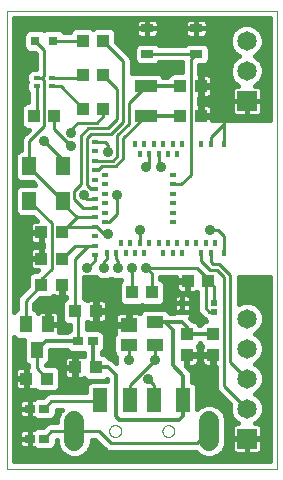
<source format=gtl>
G75*
%MOIN*%
%OFA0B0*%
%FSLAX25Y25*%
%IPPOS*%
%LPD*%
%AMOC8*
5,1,8,0,0,1.08239X$1,22.5*
%
%ADD10C,0.00000*%
%ADD11R,0.01575X0.02362*%
%ADD12R,0.02362X0.01575*%
%ADD13R,0.07480X0.04331*%
%ADD14R,0.04134X0.04252*%
%ADD15R,0.03642X0.02913*%
%ADD16R,0.04252X0.04134*%
%ADD17R,0.05669X0.03937*%
%ADD18R,0.05669X0.04724*%
%ADD19C,0.06600*%
%ADD20R,0.04724X0.07874*%
%ADD21R,0.03937X0.04331*%
%ADD22R,0.04134X0.02559*%
%ADD23R,0.02165X0.02165*%
%ADD24R,0.03150X0.03150*%
%ADD25R,0.01969X0.01575*%
%ADD26R,0.06500X0.06500*%
%ADD27C,0.06500*%
%ADD28R,0.03937X0.05512*%
%ADD29R,0.04724X0.05906*%
%ADD30C,0.01600*%
%ADD31C,0.03562*%
%ADD32C,0.01000*%
%ADD33C,0.01200*%
%ADD34C,0.00600*%
D10*
X0022622Y0058041D02*
X0022622Y0210541D01*
X0112622Y0210541D01*
X0112622Y0058041D01*
X0022622Y0058041D01*
X0056795Y0070541D02*
X0056797Y0070629D01*
X0056803Y0070717D01*
X0056813Y0070805D01*
X0056827Y0070893D01*
X0056844Y0070979D01*
X0056866Y0071065D01*
X0056891Y0071149D01*
X0056921Y0071233D01*
X0056953Y0071315D01*
X0056990Y0071395D01*
X0057030Y0071474D01*
X0057074Y0071551D01*
X0057121Y0071626D01*
X0057171Y0071698D01*
X0057225Y0071769D01*
X0057281Y0071836D01*
X0057341Y0071902D01*
X0057403Y0071964D01*
X0057469Y0072024D01*
X0057536Y0072080D01*
X0057607Y0072134D01*
X0057679Y0072184D01*
X0057754Y0072231D01*
X0057831Y0072275D01*
X0057910Y0072315D01*
X0057990Y0072352D01*
X0058072Y0072384D01*
X0058156Y0072414D01*
X0058240Y0072439D01*
X0058326Y0072461D01*
X0058412Y0072478D01*
X0058500Y0072492D01*
X0058588Y0072502D01*
X0058676Y0072508D01*
X0058764Y0072510D01*
X0058852Y0072508D01*
X0058940Y0072502D01*
X0059028Y0072492D01*
X0059116Y0072478D01*
X0059202Y0072461D01*
X0059288Y0072439D01*
X0059372Y0072414D01*
X0059456Y0072384D01*
X0059538Y0072352D01*
X0059618Y0072315D01*
X0059697Y0072275D01*
X0059774Y0072231D01*
X0059849Y0072184D01*
X0059921Y0072134D01*
X0059992Y0072080D01*
X0060059Y0072024D01*
X0060125Y0071964D01*
X0060187Y0071902D01*
X0060247Y0071836D01*
X0060303Y0071769D01*
X0060357Y0071698D01*
X0060407Y0071626D01*
X0060454Y0071551D01*
X0060498Y0071474D01*
X0060538Y0071395D01*
X0060575Y0071315D01*
X0060607Y0071233D01*
X0060637Y0071149D01*
X0060662Y0071065D01*
X0060684Y0070979D01*
X0060701Y0070893D01*
X0060715Y0070805D01*
X0060725Y0070717D01*
X0060731Y0070629D01*
X0060733Y0070541D01*
X0060731Y0070453D01*
X0060725Y0070365D01*
X0060715Y0070277D01*
X0060701Y0070189D01*
X0060684Y0070103D01*
X0060662Y0070017D01*
X0060637Y0069933D01*
X0060607Y0069849D01*
X0060575Y0069767D01*
X0060538Y0069687D01*
X0060498Y0069608D01*
X0060454Y0069531D01*
X0060407Y0069456D01*
X0060357Y0069384D01*
X0060303Y0069313D01*
X0060247Y0069246D01*
X0060187Y0069180D01*
X0060125Y0069118D01*
X0060059Y0069058D01*
X0059992Y0069002D01*
X0059921Y0068948D01*
X0059849Y0068898D01*
X0059774Y0068851D01*
X0059697Y0068807D01*
X0059618Y0068767D01*
X0059538Y0068730D01*
X0059456Y0068698D01*
X0059372Y0068668D01*
X0059288Y0068643D01*
X0059202Y0068621D01*
X0059116Y0068604D01*
X0059028Y0068590D01*
X0058940Y0068580D01*
X0058852Y0068574D01*
X0058764Y0068572D01*
X0058676Y0068574D01*
X0058588Y0068580D01*
X0058500Y0068590D01*
X0058412Y0068604D01*
X0058326Y0068621D01*
X0058240Y0068643D01*
X0058156Y0068668D01*
X0058072Y0068698D01*
X0057990Y0068730D01*
X0057910Y0068767D01*
X0057831Y0068807D01*
X0057754Y0068851D01*
X0057679Y0068898D01*
X0057607Y0068948D01*
X0057536Y0069002D01*
X0057469Y0069058D01*
X0057403Y0069118D01*
X0057341Y0069180D01*
X0057281Y0069246D01*
X0057225Y0069313D01*
X0057171Y0069384D01*
X0057121Y0069456D01*
X0057074Y0069531D01*
X0057030Y0069608D01*
X0056990Y0069687D01*
X0056953Y0069767D01*
X0056921Y0069849D01*
X0056891Y0069933D01*
X0056866Y0070017D01*
X0056844Y0070103D01*
X0056827Y0070189D01*
X0056813Y0070277D01*
X0056803Y0070365D01*
X0056797Y0070453D01*
X0056795Y0070541D01*
X0074511Y0070541D02*
X0074513Y0070629D01*
X0074519Y0070717D01*
X0074529Y0070805D01*
X0074543Y0070893D01*
X0074560Y0070979D01*
X0074582Y0071065D01*
X0074607Y0071149D01*
X0074637Y0071233D01*
X0074669Y0071315D01*
X0074706Y0071395D01*
X0074746Y0071474D01*
X0074790Y0071551D01*
X0074837Y0071626D01*
X0074887Y0071698D01*
X0074941Y0071769D01*
X0074997Y0071836D01*
X0075057Y0071902D01*
X0075119Y0071964D01*
X0075185Y0072024D01*
X0075252Y0072080D01*
X0075323Y0072134D01*
X0075395Y0072184D01*
X0075470Y0072231D01*
X0075547Y0072275D01*
X0075626Y0072315D01*
X0075706Y0072352D01*
X0075788Y0072384D01*
X0075872Y0072414D01*
X0075956Y0072439D01*
X0076042Y0072461D01*
X0076128Y0072478D01*
X0076216Y0072492D01*
X0076304Y0072502D01*
X0076392Y0072508D01*
X0076480Y0072510D01*
X0076568Y0072508D01*
X0076656Y0072502D01*
X0076744Y0072492D01*
X0076832Y0072478D01*
X0076918Y0072461D01*
X0077004Y0072439D01*
X0077088Y0072414D01*
X0077172Y0072384D01*
X0077254Y0072352D01*
X0077334Y0072315D01*
X0077413Y0072275D01*
X0077490Y0072231D01*
X0077565Y0072184D01*
X0077637Y0072134D01*
X0077708Y0072080D01*
X0077775Y0072024D01*
X0077841Y0071964D01*
X0077903Y0071902D01*
X0077963Y0071836D01*
X0078019Y0071769D01*
X0078073Y0071698D01*
X0078123Y0071626D01*
X0078170Y0071551D01*
X0078214Y0071474D01*
X0078254Y0071395D01*
X0078291Y0071315D01*
X0078323Y0071233D01*
X0078353Y0071149D01*
X0078378Y0071065D01*
X0078400Y0070979D01*
X0078417Y0070893D01*
X0078431Y0070805D01*
X0078441Y0070717D01*
X0078447Y0070629D01*
X0078449Y0070541D01*
X0078447Y0070453D01*
X0078441Y0070365D01*
X0078431Y0070277D01*
X0078417Y0070189D01*
X0078400Y0070103D01*
X0078378Y0070017D01*
X0078353Y0069933D01*
X0078323Y0069849D01*
X0078291Y0069767D01*
X0078254Y0069687D01*
X0078214Y0069608D01*
X0078170Y0069531D01*
X0078123Y0069456D01*
X0078073Y0069384D01*
X0078019Y0069313D01*
X0077963Y0069246D01*
X0077903Y0069180D01*
X0077841Y0069118D01*
X0077775Y0069058D01*
X0077708Y0069002D01*
X0077637Y0068948D01*
X0077565Y0068898D01*
X0077490Y0068851D01*
X0077413Y0068807D01*
X0077334Y0068767D01*
X0077254Y0068730D01*
X0077172Y0068698D01*
X0077088Y0068668D01*
X0077004Y0068643D01*
X0076918Y0068621D01*
X0076832Y0068604D01*
X0076744Y0068590D01*
X0076656Y0068580D01*
X0076568Y0068574D01*
X0076480Y0068572D01*
X0076392Y0068574D01*
X0076304Y0068580D01*
X0076216Y0068590D01*
X0076128Y0068604D01*
X0076042Y0068621D01*
X0075956Y0068643D01*
X0075872Y0068668D01*
X0075788Y0068698D01*
X0075706Y0068730D01*
X0075626Y0068767D01*
X0075547Y0068807D01*
X0075470Y0068851D01*
X0075395Y0068898D01*
X0075323Y0068948D01*
X0075252Y0069002D01*
X0075185Y0069058D01*
X0075119Y0069118D01*
X0075057Y0069180D01*
X0074997Y0069246D01*
X0074941Y0069313D01*
X0074887Y0069384D01*
X0074837Y0069456D01*
X0074790Y0069531D01*
X0074746Y0069608D01*
X0074706Y0069687D01*
X0074669Y0069767D01*
X0074637Y0069849D01*
X0074607Y0069933D01*
X0074582Y0070017D01*
X0074560Y0070103D01*
X0074543Y0070189D01*
X0074529Y0070277D01*
X0074519Y0070365D01*
X0074513Y0070453D01*
X0074511Y0070541D01*
D11*
X0074807Y0129734D03*
X0077957Y0129734D03*
X0079532Y0133278D03*
X0076382Y0133278D03*
X0073232Y0133278D03*
X0070083Y0133278D03*
X0068508Y0129734D03*
X0066933Y0133278D03*
X0063784Y0133278D03*
X0065358Y0129734D03*
X0062209Y0129734D03*
X0059059Y0129734D03*
X0060634Y0133278D03*
X0055910Y0129734D03*
X0066933Y0162805D03*
X0065358Y0166348D03*
X0068508Y0166348D03*
X0070083Y0162805D03*
X0071658Y0166348D03*
X0073232Y0162805D03*
X0074807Y0166348D03*
X0076382Y0162805D03*
X0077957Y0166348D03*
X0079532Y0162805D03*
X0081106Y0166348D03*
X0087406Y0166348D03*
X0090555Y0166348D03*
X0094886Y0166348D03*
X0092130Y0133278D03*
X0090555Y0129734D03*
X0087406Y0129734D03*
X0088980Y0133278D03*
X0085831Y0133278D03*
X0082681Y0133278D03*
X0081106Y0129734D03*
X0094886Y0129734D03*
D12*
X0077957Y0140167D03*
X0077957Y0143317D03*
X0077957Y0146467D03*
X0077957Y0149616D03*
X0077957Y0152766D03*
X0077957Y0155915D03*
X0055516Y0155915D03*
X0055516Y0152766D03*
X0055516Y0149616D03*
X0055516Y0146467D03*
X0055516Y0143317D03*
X0055516Y0140167D03*
X0051973Y0138593D03*
X0051973Y0135443D03*
X0051973Y0132293D03*
X0051973Y0129144D03*
X0051973Y0141742D03*
X0051973Y0144892D03*
X0051973Y0148041D03*
X0051973Y0151191D03*
X0051973Y0154341D03*
X0051973Y0157490D03*
X0051973Y0160640D03*
X0051973Y0163789D03*
X0051973Y0166939D03*
D13*
X0068872Y0175620D03*
X0068872Y0185463D03*
D14*
X0080427Y0185541D03*
X0080427Y0175541D03*
X0087317Y0175541D03*
X0087317Y0185541D03*
X0089817Y0120541D03*
X0082927Y0120541D03*
X0052317Y0110541D03*
X0045427Y0110541D03*
X0041067Y0119291D03*
X0041067Y0128041D03*
X0041067Y0136791D03*
X0034177Y0136791D03*
X0034177Y0128041D03*
X0034177Y0119291D03*
X0045427Y0091791D03*
X0052317Y0091791D03*
X0036067Y0088041D03*
X0029177Y0088041D03*
D15*
X0030260Y0078041D03*
X0034984Y0078041D03*
X0034984Y0068041D03*
X0030260Y0068041D03*
X0046510Y0100541D03*
X0051234Y0100541D03*
D16*
X0082622Y0102736D03*
X0082622Y0095846D03*
X0091372Y0095846D03*
X0091372Y0102736D03*
D17*
X0071953Y0099301D03*
X0071953Y0106781D03*
X0063291Y0099301D03*
D18*
X0063291Y0105994D03*
D19*
X0045181Y0073841D02*
X0045181Y0067241D01*
X0090063Y0067241D02*
X0090063Y0073841D01*
D20*
X0081402Y0080778D03*
X0071559Y0080778D03*
X0063685Y0080778D03*
X0053843Y0080778D03*
D21*
X0064276Y0116791D03*
X0070969Y0116791D03*
X0038469Y0175541D03*
X0031776Y0175541D03*
X0048026Y0178041D03*
X0054719Y0178041D03*
X0054719Y0189291D03*
X0048026Y0189291D03*
X0048026Y0200541D03*
X0054719Y0200541D03*
D22*
X0069453Y0196309D03*
X0069453Y0204774D03*
X0085791Y0204774D03*
X0085791Y0196309D03*
D23*
X0081156Y0113268D03*
X0081156Y0110315D03*
X0091589Y0110315D03*
X0091589Y0113268D03*
D24*
X0038075Y0200541D03*
X0032169Y0200541D03*
D25*
X0032563Y0188169D03*
X0032563Y0185413D03*
X0037681Y0185413D03*
X0037681Y0188169D03*
D26*
X0102622Y0180541D03*
X0102622Y0068041D03*
D27*
X0102622Y0078041D03*
X0102622Y0088041D03*
X0102622Y0098041D03*
X0102622Y0108041D03*
X0102622Y0190541D03*
X0102622Y0200541D03*
D28*
X0036362Y0106122D03*
X0032622Y0097461D03*
X0028882Y0106122D03*
D29*
X0030122Y0147333D03*
X0030122Y0158750D03*
X0041372Y0158750D03*
X0041372Y0147333D03*
D30*
X0033944Y0137025D02*
X0033944Y0136558D01*
X0034411Y0136558D01*
X0034411Y0132865D01*
X0034722Y0132865D01*
X0034722Y0131967D01*
X0034411Y0131967D01*
X0034411Y0128275D01*
X0033944Y0128275D01*
X0033944Y0131967D01*
X0031873Y0131967D01*
X0031416Y0131845D01*
X0031005Y0131608D01*
X0030670Y0131273D01*
X0030433Y0130862D01*
X0030310Y0130404D01*
X0030310Y0128275D01*
X0033944Y0128275D01*
X0033944Y0127808D01*
X0030310Y0127808D01*
X0030310Y0125678D01*
X0030433Y0125221D01*
X0030670Y0124810D01*
X0031005Y0124475D01*
X0031416Y0124238D01*
X0031873Y0124115D01*
X0033032Y0124115D01*
X0032734Y0123817D01*
X0031633Y0123817D01*
X0030751Y0123452D01*
X0030076Y0122777D01*
X0029710Y0121895D01*
X0029710Y0118926D01*
X0026424Y0115639D01*
X0025982Y0114573D01*
X0025982Y0111090D01*
X0025554Y0110913D01*
X0025022Y0110381D01*
X0025022Y0208141D01*
X0110222Y0208141D01*
X0110222Y0174291D01*
X0091184Y0174291D01*
X0091184Y0175308D01*
X0087551Y0175308D01*
X0087551Y0175775D01*
X0091184Y0175775D01*
X0091184Y0177904D01*
X0091061Y0178362D01*
X0090824Y0178773D01*
X0090489Y0179108D01*
X0090079Y0179345D01*
X0089621Y0179467D01*
X0087551Y0179467D01*
X0087551Y0175775D01*
X0087084Y0175775D01*
X0087084Y0179467D01*
X0086772Y0179467D01*
X0086772Y0181615D01*
X0087084Y0181615D01*
X0087084Y0185308D01*
X0087551Y0185308D01*
X0087551Y0185775D01*
X0091184Y0185775D01*
X0091184Y0187904D01*
X0091061Y0188362D01*
X0090824Y0188773D01*
X0090489Y0189108D01*
X0090079Y0189345D01*
X0089621Y0189467D01*
X0087551Y0189467D01*
X0087551Y0185775D01*
X0087084Y0185775D01*
X0087084Y0189467D01*
X0086772Y0189467D01*
X0086772Y0192630D01*
X0088336Y0192630D01*
X0089218Y0192995D01*
X0089893Y0193670D01*
X0090258Y0194552D01*
X0090258Y0198066D01*
X0089893Y0198948D01*
X0089218Y0199623D01*
X0088336Y0199989D01*
X0083247Y0199989D01*
X0082365Y0199623D01*
X0081951Y0199209D01*
X0073293Y0199209D01*
X0072879Y0199623D01*
X0071997Y0199989D01*
X0066909Y0199989D01*
X0066026Y0199623D01*
X0065351Y0198948D01*
X0064986Y0198066D01*
X0064986Y0194552D01*
X0065351Y0193670D01*
X0066026Y0192995D01*
X0066909Y0192630D01*
X0071997Y0192630D01*
X0072879Y0192995D01*
X0073293Y0193409D01*
X0080972Y0193409D01*
X0080972Y0190067D01*
X0077883Y0190067D01*
X0077001Y0189702D01*
X0076326Y0189027D01*
X0076092Y0188463D01*
X0074864Y0188463D01*
X0074647Y0188987D01*
X0073972Y0189663D01*
X0073090Y0190028D01*
X0064655Y0190028D01*
X0064272Y0189870D01*
X0064272Y0194465D01*
X0063831Y0195531D01*
X0059087Y0200274D01*
X0059087Y0203184D01*
X0058722Y0204066D01*
X0058047Y0204741D01*
X0057165Y0205107D01*
X0052273Y0205107D01*
X0051391Y0204741D01*
X0051372Y0204723D01*
X0051354Y0204741D01*
X0050472Y0205107D01*
X0045580Y0205107D01*
X0044698Y0204741D01*
X0044023Y0204066D01*
X0043764Y0203441D01*
X0041699Y0203441D01*
X0041684Y0203476D01*
X0041009Y0204151D01*
X0040127Y0204516D01*
X0036023Y0204516D01*
X0035141Y0204151D01*
X0035122Y0204132D01*
X0035104Y0204151D01*
X0034222Y0204516D01*
X0030117Y0204516D01*
X0029235Y0204151D01*
X0028560Y0203476D01*
X0028195Y0202594D01*
X0028195Y0198489D01*
X0028560Y0197607D01*
X0029235Y0196932D01*
X0030117Y0196567D01*
X0032043Y0196567D01*
X0032222Y0196387D01*
X0032222Y0191357D01*
X0031101Y0191357D01*
X0030219Y0190991D01*
X0029544Y0190316D01*
X0029179Y0189434D01*
X0029179Y0186904D01*
X0029226Y0186791D01*
X0029179Y0186678D01*
X0029179Y0184149D01*
X0029544Y0183266D01*
X0029663Y0183148D01*
X0029663Y0180107D01*
X0029330Y0180107D01*
X0028448Y0179741D01*
X0027773Y0179066D01*
X0027407Y0178184D01*
X0027407Y0172899D01*
X0027773Y0172016D01*
X0028448Y0171341D01*
X0029330Y0170976D01*
X0029893Y0170976D01*
X0027664Y0168747D01*
X0027222Y0167681D01*
X0027222Y0164078D01*
X0026400Y0163737D01*
X0025725Y0163062D01*
X0025360Y0162180D01*
X0025360Y0155320D01*
X0025725Y0154438D01*
X0026400Y0153763D01*
X0027283Y0153397D01*
X0031206Y0153397D01*
X0031918Y0152685D01*
X0027283Y0152685D01*
X0026400Y0152320D01*
X0025725Y0151645D01*
X0025360Y0150763D01*
X0025360Y0143903D01*
X0025725Y0143020D01*
X0026400Y0142345D01*
X0027283Y0141980D01*
X0031374Y0141980D01*
X0032636Y0140717D01*
X0031873Y0140717D01*
X0031416Y0140595D01*
X0031005Y0140358D01*
X0030670Y0140023D01*
X0030433Y0139612D01*
X0030310Y0139154D01*
X0030310Y0137025D01*
X0033944Y0137025D01*
X0033944Y0136558D02*
X0030310Y0136558D01*
X0030310Y0134428D01*
X0030433Y0133971D01*
X0030670Y0133560D01*
X0031005Y0133225D01*
X0031416Y0132988D01*
X0031873Y0132865D01*
X0033944Y0132865D01*
X0033944Y0136558D01*
X0033944Y0136368D02*
X0034411Y0136368D01*
X0034411Y0134770D02*
X0033944Y0134770D01*
X0033944Y0133171D02*
X0034411Y0133171D01*
X0034411Y0131573D02*
X0033944Y0131573D01*
X0033944Y0129974D02*
X0034411Y0129974D01*
X0034411Y0128376D02*
X0033944Y0128376D01*
X0030310Y0128376D02*
X0025022Y0128376D01*
X0025022Y0129974D02*
X0030310Y0129974D01*
X0030970Y0131573D02*
X0025022Y0131573D01*
X0025022Y0133171D02*
X0031098Y0133171D01*
X0030310Y0134770D02*
X0025022Y0134770D01*
X0025022Y0136368D02*
X0030310Y0136368D01*
X0030310Y0137967D02*
X0025022Y0137967D01*
X0025022Y0139565D02*
X0030421Y0139565D01*
X0032190Y0141164D02*
X0025022Y0141164D01*
X0025022Y0142762D02*
X0025983Y0142762D01*
X0025360Y0144361D02*
X0025022Y0144361D01*
X0025022Y0145959D02*
X0025360Y0145959D01*
X0025360Y0147558D02*
X0025022Y0147558D01*
X0025022Y0149156D02*
X0025360Y0149156D01*
X0025360Y0150755D02*
X0025022Y0150755D01*
X0025022Y0152354D02*
X0026481Y0152354D01*
X0026211Y0153952D02*
X0025022Y0153952D01*
X0025022Y0155551D02*
X0025360Y0155551D01*
X0025360Y0157149D02*
X0025022Y0157149D01*
X0025022Y0158748D02*
X0025360Y0158748D01*
X0025360Y0160346D02*
X0025022Y0160346D01*
X0025022Y0161945D02*
X0025360Y0161945D01*
X0025022Y0163543D02*
X0026206Y0163543D01*
X0027222Y0165142D02*
X0025022Y0165142D01*
X0025022Y0166740D02*
X0027222Y0166740D01*
X0027495Y0168339D02*
X0025022Y0168339D01*
X0025022Y0169937D02*
X0028854Y0169937D01*
X0028253Y0171536D02*
X0025022Y0171536D01*
X0025022Y0173134D02*
X0027407Y0173134D01*
X0027407Y0174733D02*
X0025022Y0174733D01*
X0025022Y0176331D02*
X0027407Y0176331D01*
X0027407Y0177930D02*
X0025022Y0177930D01*
X0025022Y0179528D02*
X0028235Y0179528D01*
X0029663Y0181127D02*
X0025022Y0181127D01*
X0025022Y0182725D02*
X0029663Y0182725D01*
X0029179Y0184324D02*
X0025022Y0184324D01*
X0025022Y0185922D02*
X0029179Y0185922D01*
X0029179Y0187521D02*
X0025022Y0187521D01*
X0025022Y0189119D02*
X0029179Y0189119D01*
X0029946Y0190718D02*
X0025022Y0190718D01*
X0025022Y0192316D02*
X0032222Y0192316D01*
X0032222Y0193915D02*
X0025022Y0193915D01*
X0025022Y0195513D02*
X0032222Y0195513D01*
X0029055Y0197112D02*
X0025022Y0197112D01*
X0025022Y0198710D02*
X0028195Y0198710D01*
X0028195Y0200309D02*
X0025022Y0200309D01*
X0025022Y0201907D02*
X0028195Y0201907D01*
X0028590Y0203506D02*
X0025022Y0203506D01*
X0025022Y0205104D02*
X0045574Y0205104D01*
X0043791Y0203506D02*
X0041654Y0203506D01*
X0050477Y0205104D02*
X0052267Y0205104D01*
X0057170Y0205104D02*
X0065586Y0205104D01*
X0065586Y0204774D02*
X0069453Y0204774D01*
X0069453Y0204774D01*
X0069453Y0207853D01*
X0071757Y0207853D01*
X0072215Y0207730D01*
X0072625Y0207494D01*
X0072960Y0207158D01*
X0073197Y0206748D01*
X0073320Y0206290D01*
X0073320Y0204774D01*
X0069453Y0204774D01*
X0069453Y0207853D01*
X0067149Y0207853D01*
X0066691Y0207730D01*
X0066281Y0207494D01*
X0065946Y0207158D01*
X0065709Y0206748D01*
X0065586Y0206290D01*
X0065586Y0204774D01*
X0065586Y0203257D01*
X0065709Y0202799D01*
X0065946Y0202389D01*
X0066281Y0202054D01*
X0066691Y0201817D01*
X0067149Y0201694D01*
X0069453Y0201694D01*
X0071757Y0201694D01*
X0072215Y0201817D01*
X0072625Y0202054D01*
X0072960Y0202389D01*
X0073197Y0202799D01*
X0073320Y0203257D01*
X0073320Y0204774D01*
X0069453Y0204774D01*
X0069453Y0204774D01*
X0069453Y0204774D01*
X0065586Y0204774D01*
X0065586Y0203506D02*
X0058954Y0203506D01*
X0059087Y0201907D02*
X0066534Y0201907D01*
X0065253Y0198710D02*
X0060651Y0198710D01*
X0059087Y0200309D02*
X0096972Y0200309D01*
X0096972Y0199417D02*
X0096972Y0201665D01*
X0097832Y0203742D01*
X0099422Y0205331D01*
X0101498Y0206191D01*
X0103746Y0206191D01*
X0105823Y0205331D01*
X0107412Y0203742D01*
X0108272Y0201665D01*
X0108272Y0199417D01*
X0107412Y0197341D01*
X0105823Y0195752D01*
X0105315Y0195541D01*
X0105823Y0195331D01*
X0107412Y0193742D01*
X0108272Y0191665D01*
X0108272Y0189417D01*
X0107412Y0187341D01*
X0105823Y0185752D01*
X0105436Y0185591D01*
X0106109Y0185591D01*
X0106567Y0185469D01*
X0106977Y0185232D01*
X0107313Y0184897D01*
X0107549Y0184486D01*
X0107672Y0184028D01*
X0107672Y0180616D01*
X0102697Y0180616D01*
X0102697Y0180466D01*
X0102697Y0175491D01*
X0106109Y0175491D01*
X0106567Y0175614D01*
X0106977Y0175851D01*
X0107313Y0176186D01*
X0107549Y0176597D01*
X0107672Y0177054D01*
X0107672Y0180466D01*
X0102697Y0180466D01*
X0102547Y0180466D01*
X0102547Y0175491D01*
X0099135Y0175491D01*
X0098677Y0175614D01*
X0098267Y0175851D01*
X0097932Y0176186D01*
X0097695Y0176597D01*
X0097572Y0177054D01*
X0097572Y0180466D01*
X0102547Y0180466D01*
X0102547Y0180616D01*
X0097572Y0180616D01*
X0097572Y0184028D01*
X0097695Y0184486D01*
X0097932Y0184897D01*
X0098267Y0185232D01*
X0098677Y0185469D01*
X0099135Y0185591D01*
X0099808Y0185591D01*
X0099422Y0185752D01*
X0097832Y0187341D01*
X0096972Y0189417D01*
X0096972Y0191665D01*
X0097832Y0193742D01*
X0099422Y0195331D01*
X0099929Y0195541D01*
X0099422Y0195752D01*
X0097832Y0197341D01*
X0096972Y0199417D01*
X0097265Y0198710D02*
X0089991Y0198710D01*
X0090258Y0197112D02*
X0098061Y0197112D01*
X0098005Y0193915D02*
X0089994Y0193915D01*
X0090258Y0195513D02*
X0099861Y0195513D01*
X0097242Y0192316D02*
X0086772Y0192316D01*
X0086772Y0190718D02*
X0096972Y0190718D01*
X0097096Y0189119D02*
X0090469Y0189119D01*
X0091184Y0187521D02*
X0097758Y0187521D01*
X0099251Y0185922D02*
X0091184Y0185922D01*
X0091184Y0185308D02*
X0087551Y0185308D01*
X0087551Y0181615D01*
X0089621Y0181615D01*
X0090079Y0181738D01*
X0090489Y0181975D01*
X0090824Y0182310D01*
X0091061Y0182721D01*
X0091184Y0183178D01*
X0091184Y0185308D01*
X0091184Y0184324D02*
X0097651Y0184324D01*
X0097572Y0182725D02*
X0091063Y0182725D01*
X0091177Y0177930D02*
X0097572Y0177930D01*
X0097572Y0179528D02*
X0086772Y0179528D01*
X0086772Y0181127D02*
X0097572Y0181127D01*
X0097848Y0176331D02*
X0091184Y0176331D01*
X0091184Y0174733D02*
X0110222Y0174733D01*
X0110222Y0176331D02*
X0107396Y0176331D01*
X0107672Y0177930D02*
X0110222Y0177930D01*
X0110222Y0179528D02*
X0107672Y0179528D01*
X0107672Y0181127D02*
X0110222Y0181127D01*
X0110222Y0182725D02*
X0107672Y0182725D01*
X0107593Y0184324D02*
X0110222Y0184324D01*
X0110222Y0185922D02*
X0105993Y0185922D01*
X0107487Y0187521D02*
X0110222Y0187521D01*
X0110222Y0189119D02*
X0108149Y0189119D01*
X0108272Y0190718D02*
X0110222Y0190718D01*
X0110222Y0192316D02*
X0108002Y0192316D01*
X0107239Y0193915D02*
X0110222Y0193915D01*
X0110222Y0195513D02*
X0105383Y0195513D01*
X0107183Y0197112D02*
X0110222Y0197112D01*
X0110222Y0198710D02*
X0107979Y0198710D01*
X0108272Y0200309D02*
X0110222Y0200309D01*
X0110222Y0201907D02*
X0108172Y0201907D01*
X0107510Y0203506D02*
X0110222Y0203506D01*
X0110222Y0205104D02*
X0106049Y0205104D01*
X0110222Y0206703D02*
X0089548Y0206703D01*
X0089536Y0206748D02*
X0089299Y0207158D01*
X0088964Y0207494D01*
X0088553Y0207730D01*
X0088095Y0207853D01*
X0085792Y0207853D01*
X0085792Y0204774D01*
X0089658Y0204774D01*
X0089658Y0206290D01*
X0089536Y0206748D01*
X0089658Y0205104D02*
X0099195Y0205104D01*
X0097735Y0203506D02*
X0089658Y0203506D01*
X0089658Y0203257D02*
X0089658Y0204774D01*
X0085792Y0204774D01*
X0085792Y0204774D01*
X0085791Y0204774D01*
X0085791Y0204774D01*
X0081925Y0204774D01*
X0081925Y0206290D01*
X0082047Y0206748D01*
X0082284Y0207158D01*
X0082619Y0207494D01*
X0083030Y0207730D01*
X0083488Y0207853D01*
X0085791Y0207853D01*
X0085791Y0204774D01*
X0081925Y0204774D01*
X0081925Y0203257D01*
X0082047Y0202799D01*
X0082284Y0202389D01*
X0082619Y0202054D01*
X0083030Y0201817D01*
X0083488Y0201694D01*
X0085791Y0201694D01*
X0085791Y0204773D01*
X0085792Y0204773D01*
X0085792Y0201694D01*
X0088095Y0201694D01*
X0088553Y0201817D01*
X0088964Y0202054D01*
X0089299Y0202389D01*
X0089536Y0202799D01*
X0089658Y0203257D01*
X0088710Y0201907D02*
X0097072Y0201907D01*
X0087551Y0189119D02*
X0087084Y0189119D01*
X0087084Y0187521D02*
X0087551Y0187521D01*
X0087551Y0185922D02*
X0087084Y0185922D01*
X0087084Y0184324D02*
X0087551Y0184324D01*
X0087551Y0182725D02*
X0087084Y0182725D01*
X0087084Y0177930D02*
X0087551Y0177930D01*
X0087551Y0176331D02*
X0087084Y0176331D01*
X0080972Y0190718D02*
X0064272Y0190718D01*
X0064272Y0192316D02*
X0080972Y0192316D01*
X0076418Y0189119D02*
X0074515Y0189119D01*
X0072371Y0201907D02*
X0082873Y0201907D01*
X0081925Y0203506D02*
X0073320Y0203506D01*
X0073320Y0205104D02*
X0081925Y0205104D01*
X0082035Y0206703D02*
X0073209Y0206703D01*
X0069453Y0206703D02*
X0069453Y0206703D01*
X0069453Y0205104D02*
X0069453Y0205104D01*
X0069453Y0204773D02*
X0069453Y0201694D01*
X0069453Y0204773D01*
X0069453Y0204773D01*
X0069453Y0203506D02*
X0069453Y0203506D01*
X0069453Y0201907D02*
X0069453Y0201907D01*
X0065697Y0206703D02*
X0025022Y0206703D01*
X0062249Y0197112D02*
X0064986Y0197112D01*
X0064986Y0195513D02*
X0063838Y0195513D01*
X0064272Y0193915D02*
X0065250Y0193915D01*
X0085791Y0201907D02*
X0085792Y0201907D01*
X0085791Y0203506D02*
X0085792Y0203506D01*
X0085791Y0205104D02*
X0085792Y0205104D01*
X0085791Y0206703D02*
X0085792Y0206703D01*
X0102547Y0179528D02*
X0102697Y0179528D01*
X0102697Y0177930D02*
X0102547Y0177930D01*
X0102547Y0176331D02*
X0102697Y0176331D01*
X0099897Y0121791D02*
X0110222Y0121791D01*
X0110222Y0060441D01*
X0025022Y0060441D01*
X0025022Y0101863D01*
X0025554Y0101332D01*
X0026436Y0100966D01*
X0028366Y0100966D01*
X0028254Y0100694D01*
X0028254Y0094227D01*
X0028619Y0093345D01*
X0029294Y0092670D01*
X0029722Y0092493D01*
X0029722Y0091967D01*
X0029411Y0091967D01*
X0029411Y0088275D01*
X0028944Y0088275D01*
X0028944Y0091967D01*
X0026873Y0091967D01*
X0026416Y0091845D01*
X0026005Y0091608D01*
X0025670Y0091273D01*
X0025433Y0090862D01*
X0025310Y0090404D01*
X0025310Y0088275D01*
X0028944Y0088275D01*
X0028944Y0087808D01*
X0029411Y0087808D01*
X0029411Y0084115D01*
X0031481Y0084115D01*
X0031939Y0084238D01*
X0032157Y0084364D01*
X0032641Y0083881D01*
X0033523Y0083515D01*
X0038611Y0083515D01*
X0039493Y0083881D01*
X0040169Y0084556D01*
X0040534Y0085438D01*
X0040534Y0090645D01*
X0040169Y0091527D01*
X0039493Y0092202D01*
X0038611Y0092567D01*
X0035702Y0092567D01*
X0035950Y0092670D01*
X0036625Y0093345D01*
X0036991Y0094227D01*
X0036991Y0097541D01*
X0042838Y0097541D01*
X0043330Y0097050D01*
X0044212Y0096685D01*
X0048234Y0096685D01*
X0048234Y0095568D01*
X0048189Y0095595D01*
X0047731Y0095717D01*
X0045661Y0095717D01*
X0045661Y0092025D01*
X0045194Y0092025D01*
X0045194Y0095717D01*
X0043123Y0095717D01*
X0042666Y0095595D01*
X0042255Y0095358D01*
X0041920Y0095023D01*
X0041683Y0094612D01*
X0041560Y0094154D01*
X0041560Y0092025D01*
X0045194Y0092025D01*
X0045194Y0091558D01*
X0045661Y0091558D01*
X0045661Y0087865D01*
X0047731Y0087865D01*
X0048189Y0087988D01*
X0048407Y0088114D01*
X0048891Y0087631D01*
X0049773Y0087265D01*
X0054861Y0087265D01*
X0055743Y0087631D01*
X0055872Y0087759D01*
X0055872Y0087115D01*
X0051003Y0087115D01*
X0050121Y0086749D01*
X0049446Y0086074D01*
X0049080Y0085192D01*
X0049080Y0083441D01*
X0036908Y0083441D01*
X0035842Y0083000D01*
X0034740Y0081898D01*
X0032686Y0081898D01*
X0031804Y0081533D01*
X0031569Y0081298D01*
X0030260Y0081298D01*
X0030260Y0078041D01*
X0030260Y0074785D01*
X0031569Y0074785D01*
X0031804Y0074550D01*
X0032686Y0074185D01*
X0037283Y0074185D01*
X0038165Y0074550D01*
X0038840Y0075225D01*
X0039205Y0076107D01*
X0039205Y0077641D01*
X0040920Y0077641D01*
X0040349Y0077070D01*
X0039481Y0074975D01*
X0039481Y0073441D01*
X0036908Y0073441D01*
X0035842Y0073000D01*
X0034740Y0071898D01*
X0032686Y0071898D01*
X0031804Y0071533D01*
X0031569Y0071298D01*
X0030260Y0071298D01*
X0030260Y0068041D01*
X0030260Y0064785D01*
X0031569Y0064785D01*
X0031804Y0064550D01*
X0032686Y0064185D01*
X0037283Y0064185D01*
X0038165Y0064550D01*
X0038840Y0065225D01*
X0039205Y0066107D01*
X0039205Y0067641D01*
X0039481Y0067641D01*
X0039481Y0066108D01*
X0040349Y0064013D01*
X0041952Y0062409D01*
X0044047Y0061541D01*
X0046315Y0061541D01*
X0048410Y0062409D01*
X0050013Y0064013D01*
X0050881Y0066108D01*
X0050881Y0067641D01*
X0052046Y0067641D01*
X0054851Y0064836D01*
X0055667Y0064020D01*
X0056733Y0063579D01*
X0085665Y0063579D01*
X0086834Y0062409D01*
X0088929Y0061541D01*
X0091197Y0061541D01*
X0093292Y0062409D01*
X0094895Y0064013D01*
X0095763Y0066108D01*
X0095763Y0074975D01*
X0094895Y0077070D01*
X0093292Y0078674D01*
X0091197Y0079541D01*
X0088929Y0079541D01*
X0086834Y0078674D01*
X0086164Y0078003D01*
X0086164Y0085192D01*
X0085799Y0086074D01*
X0085123Y0086749D01*
X0084402Y0087048D01*
X0084402Y0089546D01*
X0083945Y0090649D01*
X0082389Y0092205D01*
X0082389Y0095613D01*
X0082856Y0095613D01*
X0082856Y0096080D01*
X0086548Y0096080D01*
X0086548Y0098150D01*
X0086425Y0098608D01*
X0086299Y0098826D01*
X0086783Y0099310D01*
X0086959Y0099736D01*
X0087035Y0099736D01*
X0087212Y0099310D01*
X0087695Y0098826D01*
X0087569Y0098608D01*
X0087446Y0098150D01*
X0087446Y0096080D01*
X0091139Y0096080D01*
X0091139Y0095613D01*
X0091606Y0095613D01*
X0091606Y0091980D01*
X0092222Y0091980D01*
X0092222Y0084964D01*
X0092664Y0083899D01*
X0093479Y0083083D01*
X0097097Y0079466D01*
X0096972Y0079165D01*
X0096972Y0076917D01*
X0097832Y0074841D01*
X0099422Y0073252D01*
X0099808Y0073091D01*
X0099135Y0073091D01*
X0098677Y0072969D01*
X0098267Y0072732D01*
X0097932Y0072397D01*
X0097695Y0071986D01*
X0097572Y0071528D01*
X0097572Y0068116D01*
X0102547Y0068116D01*
X0102547Y0067966D01*
X0102697Y0067966D01*
X0102697Y0062991D01*
X0106109Y0062991D01*
X0106567Y0063114D01*
X0106977Y0063351D01*
X0107313Y0063686D01*
X0107549Y0064097D01*
X0107672Y0064554D01*
X0107672Y0067966D01*
X0102697Y0067966D01*
X0102697Y0068116D01*
X0107672Y0068116D01*
X0107672Y0071528D01*
X0107549Y0071986D01*
X0107313Y0072397D01*
X0106977Y0072732D01*
X0106567Y0072969D01*
X0106109Y0073091D01*
X0105436Y0073091D01*
X0105823Y0073252D01*
X0107412Y0074841D01*
X0108272Y0076917D01*
X0108272Y0079165D01*
X0107412Y0081242D01*
X0105823Y0082831D01*
X0105315Y0083041D01*
X0105823Y0083252D01*
X0107412Y0084841D01*
X0108272Y0086917D01*
X0108272Y0089165D01*
X0107412Y0091242D01*
X0105823Y0092831D01*
X0105315Y0093041D01*
X0105823Y0093252D01*
X0107412Y0094841D01*
X0108272Y0096917D01*
X0108272Y0099165D01*
X0107412Y0101242D01*
X0105823Y0102831D01*
X0105315Y0103041D01*
X0105823Y0103252D01*
X0107412Y0104841D01*
X0108272Y0106917D01*
X0108272Y0109165D01*
X0107412Y0111242D01*
X0105823Y0112831D01*
X0103746Y0113691D01*
X0101498Y0113691D01*
X0099897Y0113028D01*
X0099897Y0121791D01*
X0099897Y0120383D02*
X0110222Y0120383D01*
X0110222Y0118785D02*
X0099897Y0118785D01*
X0099897Y0117186D02*
X0110222Y0117186D01*
X0110222Y0115588D02*
X0099897Y0115588D01*
X0099897Y0113989D02*
X0110222Y0113989D01*
X0110222Y0112391D02*
X0106263Y0112391D01*
X0107598Y0110792D02*
X0110222Y0110792D01*
X0110222Y0109194D02*
X0108260Y0109194D01*
X0108272Y0107595D02*
X0110222Y0107595D01*
X0110222Y0105997D02*
X0107891Y0105997D01*
X0106969Y0104398D02*
X0110222Y0104398D01*
X0110222Y0102800D02*
X0105854Y0102800D01*
X0107429Y0101201D02*
X0110222Y0101201D01*
X0110222Y0099603D02*
X0108091Y0099603D01*
X0108272Y0098004D02*
X0110222Y0098004D01*
X0110222Y0096406D02*
X0108060Y0096406D01*
X0107378Y0094807D02*
X0110222Y0094807D01*
X0110222Y0093209D02*
X0105719Y0093209D01*
X0107044Y0091610D02*
X0110222Y0091610D01*
X0110222Y0090012D02*
X0107922Y0090012D01*
X0108272Y0088413D02*
X0110222Y0088413D01*
X0110222Y0086815D02*
X0108230Y0086815D01*
X0107567Y0085216D02*
X0110222Y0085216D01*
X0110222Y0083618D02*
X0106189Y0083618D01*
X0106635Y0082019D02*
X0110222Y0082019D01*
X0110222Y0080420D02*
X0107752Y0080420D01*
X0108272Y0078822D02*
X0110222Y0078822D01*
X0110222Y0077223D02*
X0108272Y0077223D01*
X0107737Y0075625D02*
X0110222Y0075625D01*
X0110222Y0074026D02*
X0106598Y0074026D01*
X0107281Y0072428D02*
X0110222Y0072428D01*
X0110222Y0070829D02*
X0107672Y0070829D01*
X0107672Y0069231D02*
X0110222Y0069231D01*
X0110222Y0067632D02*
X0107672Y0067632D01*
X0107672Y0066034D02*
X0110222Y0066034D01*
X0110222Y0064435D02*
X0107640Y0064435D01*
X0110222Y0062837D02*
X0093720Y0062837D01*
X0095070Y0064435D02*
X0097604Y0064435D01*
X0097572Y0064554D02*
X0097695Y0064097D01*
X0097932Y0063686D01*
X0098267Y0063351D01*
X0098677Y0063114D01*
X0099135Y0062991D01*
X0102547Y0062991D01*
X0102547Y0067966D01*
X0097572Y0067966D01*
X0097572Y0064554D01*
X0097572Y0066034D02*
X0095733Y0066034D01*
X0095763Y0067632D02*
X0097572Y0067632D01*
X0097572Y0069231D02*
X0095763Y0069231D01*
X0095763Y0070829D02*
X0097572Y0070829D01*
X0097963Y0072428D02*
X0095763Y0072428D01*
X0095763Y0074026D02*
X0098647Y0074026D01*
X0097508Y0075625D02*
X0095494Y0075625D01*
X0094742Y0077223D02*
X0096972Y0077223D01*
X0096972Y0078822D02*
X0092934Y0078822D01*
X0094543Y0082019D02*
X0086164Y0082019D01*
X0086164Y0080420D02*
X0096142Y0080420D01*
X0092945Y0083618D02*
X0086164Y0083618D01*
X0086154Y0085216D02*
X0092222Y0085216D01*
X0092222Y0086815D02*
X0084966Y0086815D01*
X0084402Y0088413D02*
X0092222Y0088413D01*
X0092222Y0090012D02*
X0084209Y0090012D01*
X0082984Y0091610D02*
X0092222Y0091610D01*
X0091139Y0091980D02*
X0091139Y0095613D01*
X0087446Y0095613D01*
X0087446Y0093543D01*
X0087569Y0093085D01*
X0087806Y0092674D01*
X0088141Y0092339D01*
X0088551Y0092102D01*
X0089009Y0091980D01*
X0091139Y0091980D01*
X0091139Y0093209D02*
X0091606Y0093209D01*
X0091606Y0094807D02*
X0091139Y0094807D01*
X0087446Y0094807D02*
X0086548Y0094807D01*
X0086548Y0095613D02*
X0082856Y0095613D01*
X0082856Y0091980D01*
X0084985Y0091980D01*
X0085443Y0092102D01*
X0085853Y0092339D01*
X0086189Y0092674D01*
X0086425Y0093085D01*
X0086548Y0093543D01*
X0086548Y0095613D01*
X0086548Y0096406D02*
X0087446Y0096406D01*
X0087446Y0098004D02*
X0086548Y0098004D01*
X0086904Y0099603D02*
X0087090Y0099603D01*
X0087035Y0105736D02*
X0086959Y0105736D01*
X0086783Y0106163D01*
X0086108Y0106838D01*
X0085226Y0107203D01*
X0084891Y0107203D01*
X0084322Y0107772D01*
X0083784Y0108310D01*
X0083916Y0108537D01*
X0084038Y0108995D01*
X0084038Y0110315D01*
X0084038Y0111635D01*
X0083996Y0111791D01*
X0084038Y0111948D01*
X0084038Y0113268D01*
X0084038Y0114587D01*
X0083916Y0115045D01*
X0083679Y0115456D01*
X0083344Y0115791D01*
X0082933Y0116028D01*
X0082475Y0116150D01*
X0081156Y0116150D01*
X0081156Y0113268D01*
X0084038Y0113268D01*
X0081156Y0113268D01*
X0081156Y0113268D01*
X0081156Y0113268D01*
X0081156Y0116150D01*
X0079836Y0116150D01*
X0079378Y0116028D01*
X0078968Y0115791D01*
X0078633Y0115456D01*
X0078396Y0115045D01*
X0078273Y0114587D01*
X0078273Y0113268D01*
X0081155Y0113268D01*
X0081155Y0113268D01*
X0078273Y0113268D01*
X0078273Y0111948D01*
X0078315Y0111791D01*
X0078273Y0111635D01*
X0078273Y0110315D01*
X0081155Y0110315D01*
X0078273Y0110315D01*
X0078273Y0109781D01*
X0076958Y0109781D01*
X0076822Y0110109D01*
X0076147Y0110785D01*
X0075265Y0111150D01*
X0068641Y0111150D01*
X0067759Y0110785D01*
X0067084Y0110109D01*
X0067008Y0109926D01*
X0066821Y0110034D01*
X0066363Y0110156D01*
X0063673Y0110156D01*
X0063673Y0106375D01*
X0062910Y0106375D01*
X0062910Y0105613D01*
X0058657Y0105613D01*
X0058657Y0103395D01*
X0058769Y0102976D01*
X0058422Y0102629D01*
X0058057Y0101747D01*
X0058057Y0096855D01*
X0058422Y0095973D01*
X0059097Y0095298D01*
X0059133Y0095283D01*
X0059066Y0095123D01*
X0059066Y0093460D01*
X0059151Y0093255D01*
X0058915Y0093491D01*
X0058072Y0094335D01*
X0056969Y0094791D01*
X0056620Y0094791D01*
X0056419Y0095277D01*
X0055743Y0095952D01*
X0054861Y0096317D01*
X0054234Y0096317D01*
X0054234Y0096975D01*
X0054415Y0097050D01*
X0055090Y0097725D01*
X0055455Y0098607D01*
X0055455Y0102475D01*
X0055090Y0103358D01*
X0054415Y0104033D01*
X0053533Y0104398D01*
X0049410Y0104398D01*
X0049410Y0106822D01*
X0049555Y0106738D01*
X0050013Y0106615D01*
X0052084Y0106615D01*
X0052084Y0110308D01*
X0052551Y0110308D01*
X0052551Y0110775D01*
X0056184Y0110775D01*
X0056184Y0112904D01*
X0056061Y0113362D01*
X0055824Y0113773D01*
X0055489Y0114108D01*
X0055079Y0114345D01*
X0054621Y0114467D01*
X0052551Y0114467D01*
X0052551Y0110775D01*
X0052084Y0110775D01*
X0052084Y0114467D01*
X0050013Y0114467D01*
X0049555Y0114345D01*
X0049337Y0114219D01*
X0048854Y0114702D01*
X0048327Y0114920D01*
X0048327Y0121791D01*
X0052334Y0121791D01*
X0052754Y0121372D01*
X0054290Y0120735D01*
X0055954Y0120735D01*
X0057466Y0121362D01*
X0058978Y0120735D01*
X0060641Y0120735D01*
X0060727Y0120771D01*
X0060273Y0120316D01*
X0059907Y0119434D01*
X0059907Y0114149D01*
X0060273Y0113266D01*
X0060948Y0112591D01*
X0061830Y0112226D01*
X0066722Y0112226D01*
X0067604Y0112591D01*
X0067622Y0112610D01*
X0067641Y0112591D01*
X0068523Y0112226D01*
X0073415Y0112226D01*
X0074297Y0112591D01*
X0074972Y0113266D01*
X0075337Y0114149D01*
X0075337Y0119434D01*
X0074972Y0120316D01*
X0074297Y0120991D01*
X0073869Y0121169D01*
X0073869Y0121791D01*
X0079060Y0121791D01*
X0079060Y0120775D01*
X0082694Y0120775D01*
X0082694Y0120308D01*
X0083161Y0120308D01*
X0083161Y0116615D01*
X0085231Y0116615D01*
X0085689Y0116738D01*
X0085907Y0116864D01*
X0085972Y0116799D01*
X0085972Y0110902D01*
X0086414Y0109836D01*
X0087229Y0109020D01*
X0088393Y0107856D01*
X0088555Y0107790D01*
X0089141Y0107203D01*
X0088769Y0107203D01*
X0087887Y0106838D01*
X0087212Y0106163D01*
X0087035Y0105736D01*
X0087143Y0105997D02*
X0086852Y0105997D01*
X0087056Y0109194D02*
X0084038Y0109194D01*
X0084038Y0110315D02*
X0081156Y0110315D01*
X0084038Y0110315D01*
X0084038Y0110792D02*
X0086018Y0110792D01*
X0085972Y0112391D02*
X0084038Y0112391D01*
X0084038Y0113989D02*
X0085972Y0113989D01*
X0085972Y0115588D02*
X0083547Y0115588D01*
X0082694Y0116615D02*
X0082694Y0120308D01*
X0079060Y0120308D01*
X0079060Y0118178D01*
X0079183Y0117721D01*
X0079420Y0117310D01*
X0079755Y0116975D01*
X0080166Y0116738D01*
X0080623Y0116615D01*
X0082694Y0116615D01*
X0082694Y0117186D02*
X0083161Y0117186D01*
X0083161Y0118785D02*
X0082694Y0118785D01*
X0082694Y0120383D02*
X0074905Y0120383D01*
X0075337Y0118785D02*
X0079060Y0118785D01*
X0079544Y0117186D02*
X0075337Y0117186D01*
X0075337Y0115588D02*
X0078765Y0115588D01*
X0078273Y0113989D02*
X0075271Y0113989D01*
X0073812Y0112391D02*
X0078273Y0112391D01*
X0078273Y0110792D02*
X0076129Y0110792D01*
X0081156Y0110792D02*
X0081156Y0110792D01*
X0081156Y0110315D02*
X0081156Y0113198D01*
X0081156Y0113268D01*
X0081156Y0110315D01*
X0081156Y0110315D01*
X0081156Y0110315D01*
X0081155Y0110315D02*
X0081155Y0110315D01*
X0081156Y0112391D02*
X0081156Y0112391D01*
X0081156Y0113268D02*
X0081156Y0113268D01*
X0081156Y0113989D02*
X0081156Y0113989D01*
X0081156Y0115588D02*
X0081156Y0115588D01*
X0084498Y0107595D02*
X0088749Y0107595D01*
X0082856Y0094807D02*
X0082389Y0094807D01*
X0082389Y0093209D02*
X0082856Y0093209D01*
X0086459Y0093209D02*
X0087536Y0093209D01*
X0087193Y0078822D02*
X0086164Y0078822D01*
X0086407Y0062837D02*
X0048838Y0062837D01*
X0050189Y0064435D02*
X0055252Y0064435D01*
X0053653Y0066034D02*
X0050851Y0066034D01*
X0050881Y0067632D02*
X0052055Y0067632D01*
X0049080Y0083618D02*
X0038858Y0083618D01*
X0040442Y0085216D02*
X0049090Y0085216D01*
X0050279Y0086815D02*
X0040534Y0086815D01*
X0040534Y0088413D02*
X0042067Y0088413D01*
X0041920Y0088560D02*
X0042255Y0088225D01*
X0042666Y0087988D01*
X0043123Y0087865D01*
X0045194Y0087865D01*
X0045194Y0091558D01*
X0041560Y0091558D01*
X0041560Y0089428D01*
X0041683Y0088971D01*
X0041920Y0088560D01*
X0041560Y0090012D02*
X0040534Y0090012D01*
X0040085Y0091610D02*
X0045194Y0091610D01*
X0045194Y0090012D02*
X0045661Y0090012D01*
X0045661Y0088413D02*
X0045194Y0088413D01*
X0045194Y0093209D02*
X0045661Y0093209D01*
X0045661Y0094807D02*
X0045194Y0094807D01*
X0048234Y0096406D02*
X0036991Y0096406D01*
X0036991Y0094807D02*
X0041796Y0094807D01*
X0041560Y0093209D02*
X0036489Y0093209D01*
X0033276Y0083618D02*
X0025022Y0083618D01*
X0026005Y0084475D02*
X0026416Y0084238D01*
X0026873Y0084115D01*
X0028944Y0084115D01*
X0028944Y0087808D01*
X0025310Y0087808D01*
X0025310Y0085678D01*
X0025433Y0085221D01*
X0025670Y0084810D01*
X0026005Y0084475D01*
X0025436Y0085216D02*
X0025022Y0085216D01*
X0025022Y0086815D02*
X0025310Y0086815D01*
X0025310Y0088413D02*
X0025022Y0088413D01*
X0025022Y0090012D02*
X0025310Y0090012D01*
X0025022Y0091610D02*
X0026009Y0091610D01*
X0025022Y0093209D02*
X0028756Y0093209D01*
X0028944Y0091610D02*
X0029411Y0091610D01*
X0029411Y0090012D02*
X0028944Y0090012D01*
X0028944Y0088413D02*
X0029411Y0088413D01*
X0029411Y0086815D02*
X0028944Y0086815D01*
X0028944Y0085216D02*
X0029411Y0085216D01*
X0030260Y0081298D02*
X0028202Y0081298D01*
X0027744Y0081175D01*
X0027334Y0080938D01*
X0026999Y0080603D01*
X0026762Y0080193D01*
X0026639Y0079735D01*
X0026639Y0078041D01*
X0026639Y0076348D01*
X0026762Y0075890D01*
X0026999Y0075479D01*
X0027334Y0075144D01*
X0027744Y0074907D01*
X0028202Y0074785D01*
X0030260Y0074785D01*
X0030260Y0078041D01*
X0030260Y0078041D01*
X0026639Y0078041D01*
X0030260Y0078041D01*
X0030260Y0078041D01*
X0030260Y0078041D01*
X0030260Y0081298D01*
X0030260Y0080420D02*
X0030260Y0080420D01*
X0030260Y0078822D02*
X0030260Y0078822D01*
X0030260Y0077223D02*
X0030260Y0077223D01*
X0030260Y0075625D02*
X0030260Y0075625D01*
X0030260Y0071298D02*
X0028202Y0071298D01*
X0027744Y0071175D01*
X0027334Y0070938D01*
X0026999Y0070603D01*
X0026762Y0070193D01*
X0026639Y0069735D01*
X0026639Y0068041D01*
X0026639Y0066348D01*
X0026762Y0065890D01*
X0026999Y0065479D01*
X0027334Y0065144D01*
X0027744Y0064907D01*
X0028202Y0064785D01*
X0030260Y0064785D01*
X0030260Y0068041D01*
X0030260Y0068041D01*
X0026639Y0068041D01*
X0030260Y0068041D01*
X0030260Y0068041D01*
X0030260Y0068041D01*
X0030260Y0071298D01*
X0030260Y0070829D02*
X0030260Y0070829D01*
X0030260Y0069231D02*
X0030260Y0069231D01*
X0030260Y0067632D02*
X0030260Y0067632D01*
X0030260Y0066034D02*
X0030260Y0066034D01*
X0032081Y0064435D02*
X0025022Y0064435D01*
X0025022Y0062837D02*
X0041525Y0062837D01*
X0040174Y0064435D02*
X0037888Y0064435D01*
X0039175Y0066034D02*
X0039512Y0066034D01*
X0039481Y0067632D02*
X0039205Y0067632D01*
X0039481Y0074026D02*
X0025022Y0074026D01*
X0025022Y0072428D02*
X0035270Y0072428D01*
X0039005Y0075625D02*
X0039750Y0075625D01*
X0039205Y0077223D02*
X0040502Y0077223D01*
X0034861Y0082019D02*
X0025022Y0082019D01*
X0025022Y0080420D02*
X0026893Y0080420D01*
X0026639Y0078822D02*
X0025022Y0078822D01*
X0025022Y0077223D02*
X0026639Y0077223D01*
X0026915Y0075625D02*
X0025022Y0075625D01*
X0025022Y0070829D02*
X0027225Y0070829D01*
X0026639Y0069231D02*
X0025022Y0069231D01*
X0025022Y0067632D02*
X0026639Y0067632D01*
X0026723Y0066034D02*
X0025022Y0066034D01*
X0025022Y0061238D02*
X0110222Y0061238D01*
X0102697Y0064435D02*
X0102547Y0064435D01*
X0102547Y0066034D02*
X0102697Y0066034D01*
X0102697Y0067632D02*
X0102547Y0067632D01*
X0067777Y0110792D02*
X0056184Y0110792D01*
X0056184Y0110308D02*
X0052551Y0110308D01*
X0052551Y0106615D01*
X0054621Y0106615D01*
X0055079Y0106738D01*
X0055489Y0106975D01*
X0055824Y0107310D01*
X0056061Y0107721D01*
X0056184Y0108178D01*
X0056184Y0110308D01*
X0056184Y0109194D02*
X0058862Y0109194D01*
X0058779Y0109051D02*
X0058657Y0108593D01*
X0058657Y0106375D01*
X0062910Y0106375D01*
X0062910Y0110156D01*
X0060220Y0110156D01*
X0059762Y0110034D01*
X0059352Y0109797D01*
X0059016Y0109462D01*
X0058779Y0109051D01*
X0058657Y0107595D02*
X0055989Y0107595D01*
X0052551Y0107595D02*
X0052084Y0107595D01*
X0052084Y0109194D02*
X0052551Y0109194D01*
X0052551Y0110792D02*
X0052084Y0110792D01*
X0052084Y0112391D02*
X0052551Y0112391D01*
X0052551Y0113989D02*
X0052084Y0113989D01*
X0055608Y0113989D02*
X0059973Y0113989D01*
X0059907Y0115588D02*
X0048327Y0115588D01*
X0048327Y0117186D02*
X0059907Y0117186D01*
X0059907Y0118785D02*
X0048327Y0118785D01*
X0048327Y0120383D02*
X0060340Y0120383D01*
X0061432Y0112391D02*
X0056184Y0112391D01*
X0058657Y0104398D02*
X0049410Y0104398D01*
X0049410Y0105997D02*
X0062910Y0105997D01*
X0062910Y0107595D02*
X0063673Y0107595D01*
X0063673Y0109194D02*
X0062910Y0109194D01*
X0067119Y0112391D02*
X0068125Y0112391D01*
X0058593Y0102800D02*
X0055321Y0102800D01*
X0055455Y0101201D02*
X0058057Y0101201D01*
X0058057Y0099603D02*
X0055455Y0099603D01*
X0055205Y0098004D02*
X0058057Y0098004D01*
X0058243Y0096406D02*
X0054234Y0096406D01*
X0056613Y0094807D02*
X0059066Y0094807D01*
X0058915Y0093491D02*
X0058915Y0093491D01*
X0043610Y0104149D02*
X0043330Y0104033D01*
X0042838Y0103541D01*
X0040131Y0103541D01*
X0040131Y0105938D01*
X0036547Y0105938D01*
X0036547Y0106306D01*
X0040131Y0106306D01*
X0040131Y0109115D01*
X0040008Y0109573D01*
X0039771Y0109983D01*
X0039436Y0110318D01*
X0039026Y0110555D01*
X0038568Y0110678D01*
X0036547Y0110678D01*
X0036547Y0106306D01*
X0036178Y0106306D01*
X0036178Y0110678D01*
X0034157Y0110678D01*
X0033699Y0110555D01*
X0033289Y0110318D01*
X0032980Y0110009D01*
X0032885Y0110237D01*
X0032210Y0110913D01*
X0031782Y0111090D01*
X0031782Y0112795D01*
X0033753Y0114765D01*
X0036722Y0114765D01*
X0037604Y0115131D01*
X0038087Y0115614D01*
X0038305Y0115488D01*
X0038763Y0115365D01*
X0040834Y0115365D01*
X0040834Y0119058D01*
X0041301Y0119058D01*
X0041301Y0115365D01*
X0042527Y0115365D01*
X0042527Y0114920D01*
X0042001Y0114702D01*
X0041326Y0114027D01*
X0040960Y0113145D01*
X0040960Y0107938D01*
X0041326Y0107056D01*
X0042001Y0106381D01*
X0042883Y0106015D01*
X0043610Y0106015D01*
X0043610Y0104149D01*
X0043610Y0104398D02*
X0040131Y0104398D01*
X0040131Y0107595D02*
X0041102Y0107595D01*
X0040960Y0109194D02*
X0040110Y0109194D01*
X0040960Y0110792D02*
X0032330Y0110792D01*
X0031782Y0112391D02*
X0040960Y0112391D01*
X0041310Y0113989D02*
X0032976Y0113989D01*
X0036178Y0109194D02*
X0036547Y0109194D01*
X0036547Y0107595D02*
X0036178Y0107595D01*
X0036547Y0105997D02*
X0043610Y0105997D01*
X0041301Y0115588D02*
X0040834Y0115588D01*
X0040834Y0117186D02*
X0041301Y0117186D01*
X0041301Y0118785D02*
X0040834Y0118785D01*
X0038133Y0115588D02*
X0038061Y0115588D01*
X0031061Y0123580D02*
X0025022Y0123580D01*
X0025022Y0121982D02*
X0029746Y0121982D01*
X0029710Y0120383D02*
X0025022Y0120383D01*
X0025022Y0118785D02*
X0029570Y0118785D01*
X0027971Y0117186D02*
X0025022Y0117186D01*
X0025022Y0115588D02*
X0026402Y0115588D01*
X0025982Y0113989D02*
X0025022Y0113989D01*
X0025022Y0112391D02*
X0025982Y0112391D01*
X0025434Y0110792D02*
X0025022Y0110792D01*
X0025022Y0101201D02*
X0025869Y0101201D01*
X0025022Y0099603D02*
X0028254Y0099603D01*
X0028254Y0098004D02*
X0025022Y0098004D01*
X0025022Y0096406D02*
X0028254Y0096406D01*
X0028254Y0094807D02*
X0025022Y0094807D01*
X0025022Y0125179D02*
X0030457Y0125179D01*
X0030310Y0126777D02*
X0025022Y0126777D01*
D31*
X0027622Y0123666D03*
X0027622Y0133041D03*
X0037622Y0113041D03*
X0038872Y0095541D03*
X0055122Y0116791D03*
X0055122Y0124916D03*
X0059810Y0124916D03*
X0064497Y0124916D03*
X0069185Y0124916D03*
X0066997Y0137416D03*
X0059497Y0149291D03*
X0056372Y0136166D03*
X0049497Y0124916D03*
X0056372Y0105541D03*
X0063247Y0094291D03*
X0069810Y0087729D03*
X0071997Y0094291D03*
X0077622Y0116791D03*
X0090435Y0137416D03*
X0106997Y0117416D03*
X0089497Y0083666D03*
X0080122Y0061791D03*
X0067622Y0061791D03*
X0055122Y0061791D03*
X0048247Y0149291D03*
X0056372Y0163666D03*
X0044185Y0165541D03*
X0044185Y0169916D03*
X0035122Y0167104D03*
X0063122Y0200541D03*
X0068872Y0158666D03*
X0073872Y0158666D03*
X0093122Y0200541D03*
D32*
X0085791Y0196309D02*
X0069453Y0196309D01*
X0068872Y0185463D02*
X0063247Y0179838D01*
X0063247Y0173041D01*
X0059497Y0169291D01*
X0059497Y0162104D01*
X0058033Y0160640D01*
X0051973Y0160640D01*
X0054497Y0158979D02*
X0053008Y0157490D01*
X0051973Y0157490D01*
X0054497Y0158979D02*
X0058872Y0158979D01*
X0061372Y0161479D01*
X0061372Y0168120D01*
X0068872Y0175620D01*
X0061372Y0173666D02*
X0061372Y0193888D01*
X0054719Y0200541D01*
X0048026Y0200541D02*
X0038075Y0200541D01*
X0035122Y0197589D02*
X0032169Y0200541D01*
X0035122Y0197589D02*
X0035122Y0188979D01*
X0034369Y0188226D01*
X0032620Y0188226D01*
X0032563Y0188169D01*
X0034369Y0188169D02*
X0034369Y0188226D01*
X0034369Y0188169D02*
X0035122Y0187416D01*
X0035122Y0172104D01*
X0030122Y0167104D01*
X0030122Y0158750D01*
X0030122Y0158583D01*
X0041372Y0147333D01*
X0041372Y0146388D01*
X0046018Y0141742D01*
X0042868Y0138593D01*
X0041067Y0136791D01*
X0042868Y0138593D02*
X0051973Y0138593D01*
X0052696Y0138593D01*
X0055122Y0136166D01*
X0056372Y0136166D01*
X0056623Y0140167D02*
X0055516Y0140167D01*
X0056623Y0140167D02*
X0059497Y0143041D01*
X0059497Y0149291D01*
X0051973Y0148041D02*
X0049497Y0148041D01*
X0048247Y0149291D01*
X0050723Y0151191D02*
X0049497Y0152416D01*
X0049497Y0168354D01*
X0050747Y0169604D01*
X0057310Y0169604D01*
X0061372Y0173666D01*
X0059497Y0174604D02*
X0059497Y0184513D01*
X0054719Y0189291D01*
X0048026Y0189291D02*
X0046904Y0188169D01*
X0037681Y0188169D01*
X0037681Y0185413D02*
X0040654Y0185413D01*
X0048026Y0178041D01*
X0046372Y0173354D02*
X0052622Y0173354D01*
X0054810Y0175541D01*
X0054810Y0177950D01*
X0054719Y0178041D01*
X0059497Y0174604D02*
X0056372Y0171479D01*
X0049810Y0171479D01*
X0047310Y0168979D01*
X0047310Y0152729D01*
X0045122Y0150541D01*
X0045122Y0147729D01*
X0047959Y0144892D01*
X0051973Y0144892D01*
X0051973Y0141742D02*
X0046018Y0141742D01*
X0050723Y0151191D02*
X0051973Y0151191D01*
X0056372Y0163666D02*
X0056372Y0165854D01*
X0055287Y0166939D01*
X0051973Y0166939D01*
X0046372Y0173354D02*
X0044185Y0171166D01*
X0044185Y0169916D01*
X0044185Y0165541D02*
X0038469Y0171257D01*
X0038469Y0175541D01*
X0032563Y0176329D02*
X0032563Y0185413D01*
X0032563Y0176329D02*
X0031776Y0175541D01*
X0035122Y0167104D02*
X0041372Y0160854D01*
X0041372Y0158750D01*
X0030122Y0147333D02*
X0037622Y0139833D01*
X0037622Y0124604D01*
X0034177Y0121159D01*
X0034177Y0119291D01*
X0028882Y0113996D01*
X0028882Y0106122D01*
X0032622Y0097461D02*
X0032622Y0091486D01*
X0036067Y0088041D01*
X0037484Y0080541D02*
X0034984Y0078041D01*
X0037484Y0080541D02*
X0053606Y0080541D01*
X0053247Y0070541D02*
X0057310Y0066479D01*
X0086001Y0066479D01*
X0090063Y0070541D01*
X0102622Y0078041D02*
X0095122Y0085541D01*
X0095122Y0121791D01*
X0092622Y0124291D01*
X0090435Y0124291D01*
X0087406Y0127320D01*
X0087406Y0129734D01*
X0090555Y0129734D02*
X0090555Y0126983D01*
X0091372Y0126166D01*
X0093247Y0126166D01*
X0096997Y0122416D01*
X0096997Y0093666D01*
X0102622Y0088041D01*
X0091589Y0110315D02*
X0090036Y0110315D01*
X0088872Y0111479D01*
X0088872Y0119596D01*
X0089817Y0120541D01*
X0091589Y0118770D01*
X0091589Y0113268D01*
X0089817Y0120541D02*
X0089817Y0121159D01*
X0086060Y0124916D01*
X0069185Y0124916D01*
X0070969Y0123132D01*
X0070969Y0116791D01*
X0064497Y0117013D02*
X0064276Y0116791D01*
X0064497Y0117013D02*
X0064497Y0124916D01*
X0059810Y0124916D02*
X0059810Y0127104D01*
X0059059Y0127854D01*
X0059059Y0129734D01*
X0055910Y0129734D02*
X0055910Y0127891D01*
X0055122Y0127104D01*
X0055122Y0124916D01*
X0051973Y0127392D02*
X0049497Y0124916D01*
X0051973Y0127392D02*
X0051973Y0129144D01*
X0051973Y0132293D02*
X0045319Y0132293D01*
X0041067Y0128041D01*
X0045427Y0128034D02*
X0049687Y0132293D01*
X0051973Y0132293D01*
X0045427Y0128034D02*
X0045427Y0110541D01*
X0046510Y0109459D01*
X0046510Y0100541D01*
X0063291Y0099301D02*
X0063291Y0094336D01*
X0063247Y0094291D01*
X0063685Y0085979D02*
X0071997Y0094291D01*
X0071953Y0094336D01*
X0071953Y0099301D01*
X0069810Y0087729D02*
X0071559Y0085979D01*
X0071559Y0080778D01*
X0063685Y0080778D02*
X0063685Y0085979D01*
X0053247Y0070541D02*
X0045181Y0070541D01*
X0037484Y0070541D01*
X0034984Y0068041D01*
X0066933Y0133278D02*
X0066997Y0133342D01*
X0066997Y0137416D01*
X0077957Y0152766D02*
X0080784Y0152766D01*
X0083872Y0155854D01*
X0083872Y0194390D01*
X0085791Y0196309D01*
X0097622Y0180541D02*
X0094886Y0177805D01*
X0094886Y0172805D01*
X0090555Y0168474D01*
X0090555Y0166348D01*
X0094886Y0166348D02*
X0094886Y0172805D01*
X0097622Y0180541D02*
X0102622Y0180541D01*
X0092935Y0137416D02*
X0090435Y0137416D01*
X0092935Y0137416D02*
X0094886Y0135465D01*
X0094886Y0129734D01*
X0073872Y0158666D02*
X0073232Y0159306D01*
X0073232Y0162805D01*
X0070083Y0162805D02*
X0070083Y0159877D01*
X0068872Y0158666D01*
D33*
X0068872Y0175620D02*
X0080349Y0175620D01*
X0080427Y0175541D01*
X0080349Y0185463D02*
X0080427Y0185541D01*
X0080349Y0185463D02*
X0068872Y0185463D01*
X0071953Y0106781D02*
X0075435Y0106781D01*
X0077300Y0104916D01*
X0077310Y0104916D01*
X0077935Y0104291D01*
X0077935Y0092416D01*
X0081402Y0088949D01*
X0081402Y0080778D01*
X0081402Y0075571D01*
X0080122Y0074291D01*
X0060122Y0074291D01*
X0058872Y0075541D01*
X0058872Y0089291D01*
X0056372Y0091791D01*
X0052317Y0091791D01*
X0051234Y0092874D01*
X0051234Y0100541D01*
X0046510Y0100541D02*
X0035703Y0100541D01*
X0032622Y0097461D01*
X0075435Y0106781D02*
X0081070Y0106781D01*
X0082622Y0105229D01*
X0082622Y0102736D01*
X0082302Y0102736D01*
X0082622Y0102736D02*
X0091372Y0102736D01*
D34*
X0053843Y0080778D02*
X0053606Y0080541D01*
M02*

</source>
